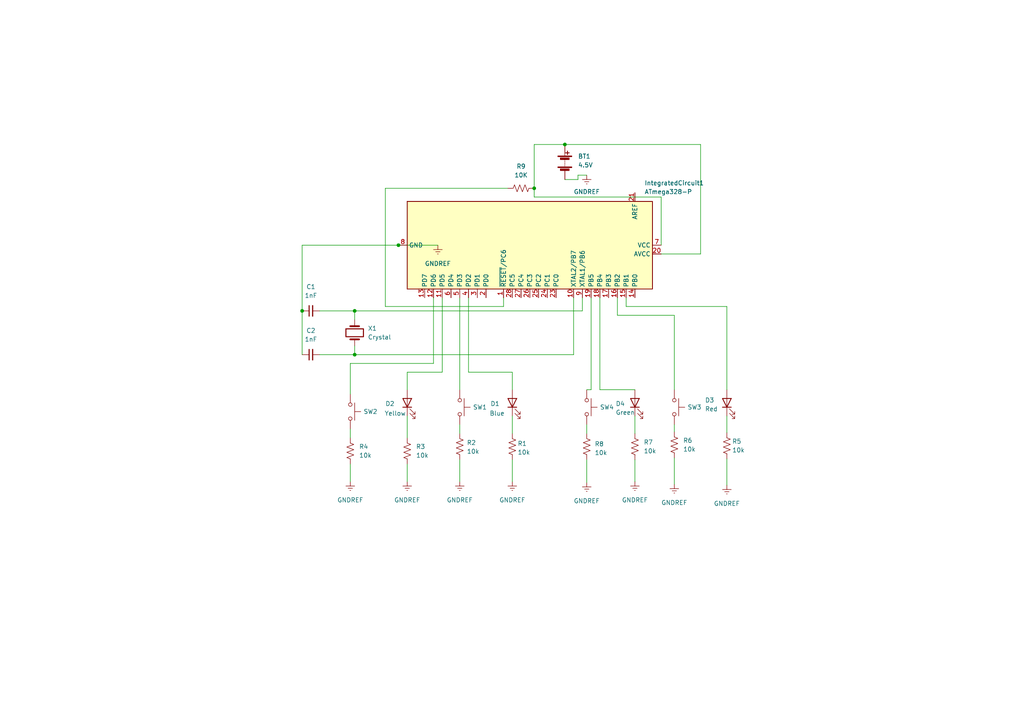
<source format=kicad_sch>
(kicad_sch (version 20211123) (generator eeschema)
  (paper "A4")
  (title_block (title "Simon Says") (date "2022-03-10") (rev "v01") (comment 4 "Author: Srishti Nautiyal and Iria Wang"))
  (lib_symbols
    (symbol "Device:Battery" (pin_numbers hide) (pin_names (offset 0) hide)
      (property "Reference" "BT" (at 2.54 2.54 0))
      (property "Value" "Battery" (at 2.54 0 0))
      (symbol "Battery_0_1"
        (rectangle (start -2.032 -1.397) (end 2.032 -1.651) (fill (type outline)))
        (rectangle (start -2.032 1.778) (end 2.032 1.524) (fill (type outline)))
        (rectangle (start -1.3208 -1.9812) (end 1.27 -2.4892) (fill (type outline)))
        (rectangle (start -1.3208 1.1938) (end 1.27 0.6858) (fill (type outline)))
        (polyline (pts (xy 0 -1.524) (xy 0 -1.27)))
        (polyline (pts (xy 0 -1.016) (xy 0 -0.762)))
        (polyline (pts (xy 0 -0.508) (xy 0 -0.254)))
        (polyline (pts (xy 0 0) (xy 0 0.254)))
        (polyline (pts (xy 0 0.508) (xy 0 0.762)))
        (polyline (pts (xy 0 1.778) (xy 0 2.54)))
        (polyline (pts (xy 0.254 2.667) (xy 1.27 2.667)) (stroke (width 0.254)))
        (polyline (pts (xy 0.762 3.175) (xy 0.762 2.159)) (stroke (width 0.254)))
      )
      (symbol "Battery_1_1"
        (pin passive line (at 0 5.08 270) (length 2.54) (name "+") (number "1"))
        (pin passive line (at 0 -5.08 90) (length 2.54) (name "-") (number "2"))
      )
    )
    (symbol "Device:C_Small" (pin_numbers hide) (pin_names (offset 0.254) hide)
      (property "Reference" "C" (at 0.254 1.778 0))
      (property "Value" "C_Small" (at 0.254 -2.032 0))
      (symbol "C_Small_0_1"
        (polyline (pts (xy -1.524 -0.508) (xy 1.524 -0.508)) (stroke (width 0.3302)))
        (polyline (pts (xy -1.524 0.508) (xy 1.524 0.508)) (stroke (width 0.3048)))
      )
      (symbol "C_Small_1_1"
        (pin passive line (at 0 2.54 270) (length 2.032) (name "~") (number "1"))
        (pin passive line (at 0 -2.54 90) (length 2.032) (name "~") (number "2"))
      )
    )
    (symbol "Device:Crystal" (pin_numbers hide) (pin_names (offset 1.016) hide)
      (property "Reference" "Y" (at 0 3.81 0))
      (property "Value" "Crystal" (at 0 -3.81 0))
      (symbol "Crystal_0_1"
        (rectangle (start -1.143 2.54) (end 1.143 -2.54) (stroke (width 0.3048)))
        (polyline (pts (xy -2.54 0) (xy -1.905 0)))
        (polyline (pts (xy -1.905 -1.27) (xy -1.905 1.27)) (stroke (width 0.508)))
        (polyline (pts (xy 1.905 -1.27) (xy 1.905 1.27)) (stroke (width 0.508)))
        (polyline (pts (xy 2.54 0) (xy 1.905 0)))
      )
      (symbol "Crystal_1_1"
        (pin passive line (at -3.81 0 0) (length 1.27) (name "1") (number "1"))
        (pin passive line (at 3.81 0 180) (length 1.27) (name "2") (number "2"))
      )
    )
    (symbol "Device:LED" (pin_numbers hide) (pin_names (offset 1.016) hide)
      (property "Reference" "D" (at 0 2.54 0))
      (property "Value" "LED" (at 0 -2.54 0))
      (symbol "LED_0_1"
        (polyline (pts (xy -1.27 -1.27) (xy -1.27 1.27)) (stroke (width 0.254)))
        (polyline (pts (xy -1.27 0) (xy 1.27 0)))
        (polyline (pts (xy 1.27 -1.27) (xy 1.27 1.27) (xy -1.27 0) (xy 1.27 -1.27)) (stroke (width 0.254)))
        (polyline (pts (xy -3.048 -0.762) (xy -4.572 -2.286) (xy -3.81 -2.286) (xy -4.572 -2.286) (xy -4.572 -1.524)))
        (polyline (pts (xy -1.778 -0.762) (xy -3.302 -2.286) (xy -2.54 -2.286) (xy -3.302 -2.286) (xy -3.302 -1.524)))
      )
      (symbol "LED_1_1"
        (pin passive line (at -3.81 0 0) (length 2.54) (name "K") (number "1"))
        (pin passive line (at 3.81 0 180) (length 2.54) (name "A") (number "2"))
      )
    )
    (symbol "Device:R_US" (pin_numbers hide) (pin_names (offset 0))
      (property "Reference" "R" (at 2.54 0 90))
      (property "Value" "R_US" (at -2.54 0 90))
      (symbol "R_US_0_1"
        (polyline (pts (xy 0 -2.286) (xy 0 -2.54)))
        (polyline (pts (xy 0 2.286) (xy 0 2.54)))
        (polyline (pts (xy 0 -0.762) (xy 1.016 -1.143) (xy 0 -1.524) (xy -1.016 -1.905) (xy 0 -2.286)))
        (polyline (pts (xy 0 0.762) (xy 1.016 0.381) (xy 0 0) (xy -1.016 -0.381) (xy 0 -0.762)))
        (polyline (pts (xy 0 2.286) (xy 1.016 1.905) (xy 0 1.524) (xy -1.016 1.143) (xy 0 0.762)))
      )
      (symbol "R_US_1_1"
        (pin passive line (at 0 3.81 270) (length 1.27) (name "~") (number "1"))
        (pin passive line (at 0 -3.81 90) (length 1.27) (name "~") (number "2"))
      )
    )
    (symbol "MCU_Microchip_ATmega:ATmega328-P"
      (property "Reference" "U" (at -12.7 36.83 0))
      (property "Value" "ATmega328-P" (at 2.54 -36.83 0))
      (symbol "ATmega328-P_0_1"
        (rectangle (start -12.7 -35.56) (end 12.7 35.56) (stroke (width 0.254)) (fill (type background)))
      )
      (symbol "ATmega328-P_1_1"
        (pin bidirectional line (at 15.24 -7.62 180) (length 2.54) (name "~{RESET}/PC6") (number "1"))
        (pin bidirectional line (at 15.24 12.7 180) (length 2.54) (name "XTAL2/PB7") (number "10"))
        (pin bidirectional line (at 15.24 -25.4 180) (length 2.54) (name "PD5") (number "11"))
        (pin bidirectional line (at 15.24 -27.94 180) (length 2.54) (name "PD6") (number "12"))
        (pin bidirectional line (at 15.24 -30.48 180) (length 2.54) (name "PD7") (number "13"))
        (pin bidirectional line (at 15.24 30.48 180) (length 2.54) (name "PB0") (number "14"))
        (pin bidirectional line (at 15.24 27.94 180) (length 2.54) (name "PB1") (number "15"))
        (pin bidirectional line (at 15.24 25.4 180) (length 2.54) (name "PB2") (number "16"))
        (pin bidirectional line (at 15.24 22.86 180) (length 2.54) (name "PB3") (number "17"))
        (pin bidirectional line (at 15.24 20.32 180) (length 2.54) (name "PB4") (number "18"))
        (pin bidirectional line (at 15.24 17.78 180) (length 2.54) (name "PB5") (number "19"))
        (pin bidirectional line (at 15.24 -12.7 180) (length 2.54) (name "PD0") (number "2"))
        (pin power_in line (at 2.54 38.1 270) (length 2.54) (name "AVCC") (number "20"))
        (pin passive line (at -15.24 30.48 0) (length 2.54) (name "AREF") (number "21"))
        (pin passive line (at 0 -38.1 90) (length 2.54) hide (name "GND") (number "22"))
        (pin bidirectional line (at 15.24 7.62 180) (length 2.54) (name "PC0") (number "23"))
        (pin bidirectional line (at 15.24 5.08 180) (length 2.54) (name "PC1") (number "24"))
        (pin bidirectional line (at 15.24 2.54 180) (length 2.54) (name "PC2") (number "25"))
        (pin bidirectional line (at 15.24 0 180) (length 2.54) (name "PC3") (number "26"))
        (pin bidirectional line (at 15.24 -2.54 180) (length 2.54) (name "PC4") (number "27"))
        (pin bidirectional line (at 15.24 -5.08 180) (length 2.54) (name "PC5") (number "28"))
        (pin bidirectional line (at 15.24 -15.24 180) (length 2.54) (name "PD1") (number "3"))
        (pin bidirectional line (at 15.24 -17.78 180) (length 2.54) (name "PD2") (number "4"))
        (pin bidirectional line (at 15.24 -20.32 180) (length 2.54) (name "PD3") (number "5"))
        (pin bidirectional line (at 15.24 -22.86 180) (length 2.54) (name "PD4") (number "6"))
        (pin power_in line (at 0 38.1 270) (length 2.54) (name "VCC") (number "7"))
        (pin power_in line (at 0 -38.1 90) (length 2.54) (name "GND") (number "8"))
        (pin bidirectional line (at 15.24 15.24 180) (length 2.54) (name "XTAL1/PB6") (number "9"))
      )
    )
    (symbol "Switch:SW_Push" (pin_numbers hide) (pin_names (offset 1.016) hide)
      (property "Reference" "SW" (at 1.27 2.54 0))
      (property "Value" "SW_Push" (at 0 -1.524 0))
      (symbol "SW_Push_0_1"
        (circle (center -2.032 0) (radius 0.508))
        (polyline (pts (xy 0 1.27) (xy 0 3.048)))
        (polyline (pts (xy 2.54 1.27) (xy -2.54 1.27)))
        (circle (center 2.032 0) (radius 0.508))
        (pin passive line (at -5.08 0 0) (length 2.54) (name "1") (number "1"))
        (pin passive line (at 5.08 0 180) (length 2.54) (name "2") (number "2"))
      )
    )
    (symbol "power:GNDREF" (power) (pin_names (offset 0))
      (property "Value" "GNDREF" (at 0 -3.81 0))
      (symbol "GNDREF_0_1"
        (polyline (pts (xy -0.635 -1.905) (xy 0.635 -1.905)))
        (polyline (pts (xy -0.127 -2.54) (xy 0.127 -2.54)))
        (polyline (pts (xy 0 -1.27) (xy 0 0)))
        (polyline (pts (xy 1.27 -1.27) (xy -1.27 -1.27)))
      )
      (symbol "GNDREF_1_1"
        (pin power_in line (at 0 0 270) (length 0) hide (name "GNDREF") (number "1"))
      )
    )
  )
  (junction (at 87.63 90.17))
  (junction (at 163.83 41.91))
  (junction (at 102.87 102.87))
  (junction (at 102.87 90.17))
  (junction (at 115.57 71.12))
  (junction (at 154.94 54.61))
  (wire (pts (xy 101.6 134.62) (xy 101.6 139.7)))
  (wire (pts (xy 163.83 52.07) (xy 167.64 52.07)))
  (wire (pts (xy 171.45 113.03) (xy 170.18 113.03)))
  (wire (pts (xy 170.18 139.954) (xy 170.18 133.35)))
  (wire (pts (xy 168.91 90.17) (xy 102.87 90.17)))
  (wire (pts (xy 118.11 120.65) (xy 118.11 127)))
  (wire (pts (xy 173.99 113.03) (xy 184.15 113.03)))
  (wire (pts (xy 166.37 86.36) (xy 166.37 102.87)))
  (wire (pts (xy 195.58 123.19) (xy 195.58 125.222)))
  (wire (pts (xy 167.64 50.8) (xy 170.18 50.8)))
  (wire (pts (xy 102.87 100.33) (xy 102.87 102.87)))
  (wire (pts (xy 92.71 90.17) (xy 102.87 90.17)))
  (wire (pts (xy 87.63 90.17) (xy 87.63 102.87)))
  (wire (pts (xy 195.58 132.842) (xy 195.58 140.462)))
  (wire (pts (xy 133.35 86.36) (xy 133.35 113.03)))
  (wire (pts (xy 184.15 133.35) (xy 184.15 139.7)))
  (wire (pts (xy 92.71 102.87) (xy 102.87 102.87)))
  (wire (pts (xy 102.87 90.17) (xy 102.87 92.71)))
  (wire (pts (xy 181.61 86.36) (xy 181.61 88.9)))
  (wire (pts (xy 166.37 102.87) (xy 102.87 102.87)))
  (wire (pts (xy 101.6 105.41) (xy 125.73 105.41)))
  (wire (pts (xy 128.27 107.95) (xy 118.11 107.95)))
  (wire (pts (xy 87.63 71.12) (xy 87.63 90.17)))
  (wire (pts (xy 135.89 107.95) (xy 148.59 107.95)))
  (wire (pts (xy 154.94 57.15) (xy 154.94 54.61)))
  (wire (pts (xy 154.94 41.91) (xy 163.83 41.91)))
  (wire (pts (xy 115.57 71.12) (xy 87.63 71.12)))
  (wire (pts (xy 101.6 124.46) (xy 101.6 127)))
  (wire (pts (xy 133.35 123.19) (xy 133.35 125.73)))
  (wire (pts (xy 115.57 71.12) (xy 127 71.12)))
  (wire (pts (xy 125.73 86.36) (xy 125.73 105.41)))
  (wire (pts (xy 111.76 88.9) (xy 146.05 88.9)))
  (wire (pts (xy 167.64 52.07) (xy 167.64 50.8)))
  (wire (pts (xy 135.89 86.36) (xy 135.89 107.95)))
  (wire (pts (xy 111.76 54.61) (xy 111.76 88.9)))
  (wire (pts (xy 195.58 91.44) (xy 195.58 113.03)))
  (wire (pts (xy 148.59 120.65) (xy 148.59 125.73)))
  (wire (pts (xy 181.61 88.9) (xy 210.82 88.9)))
  (wire (pts (xy 203.2 41.91) (xy 203.2 73.66)))
  (wire (pts (xy 118.11 134.62) (xy 118.11 139.7)))
  (wire (pts (xy 148.59 107.95) (xy 148.59 113.03)))
  (wire (pts (xy 203.2 73.66) (xy 191.77 73.66)))
  (wire (pts (xy 173.99 86.36) (xy 173.99 113.03)))
  (wire (pts (xy 148.59 133.35) (xy 148.59 139.7)))
  (wire (pts (xy 184.15 120.65) (xy 184.15 125.73)))
  (wire (pts (xy 168.91 86.36) (xy 168.91 90.17)))
  (wire (pts (xy 163.83 41.91) (xy 203.2 41.91)))
  (wire (pts (xy 128.27 86.36) (xy 128.27 107.95)))
  (wire (pts (xy 210.82 120.65) (xy 210.82 125.476)))
  (wire (pts (xy 146.05 88.9) (xy 146.05 86.36)))
  (wire (pts (xy 154.94 41.91) (xy 154.94 54.61)))
  (wire (pts (xy 179.07 86.36) (xy 179.07 91.44)))
  (wire (pts (xy 191.77 57.15) (xy 154.94 57.15)))
  (wire (pts (xy 133.35 133.35) (xy 133.35 139.7)))
  (wire (pts (xy 170.18 123.19) (xy 170.18 125.73)))
  (wire (pts (xy 171.45 86.36) (xy 171.45 113.03)))
  (wire (pts (xy 147.32 54.61) (xy 111.76 54.61)))
  (wire (pts (xy 210.82 88.9) (xy 210.82 113.03)))
  (wire (pts (xy 118.11 107.95) (xy 118.11 113.03)))
  (wire (pts (xy 179.07 91.44) (xy 195.58 91.44)))
  (wire (pts (xy 101.6 114.3) (xy 101.6 105.41)))
  (wire (pts (xy 210.82 133.096) (xy 210.82 140.716)))
  (wire (pts (xy 191.77 71.12) (xy 191.77 57.15)))
  (symbol (lib_id "Device:C_Small") (at 90.17 102.87 90) (unit 1)
    (property "Reference" "C2" (at 90.1763 95.885 90))
    (property "Value" "1nF" (at 90.1763 98.425 90))
    (property "Footprint" "Capacitor_THT:CP_Radial_D4.0mm_P1.50mm" (effects hide))
  )
  (symbol (lib_id "Device:LED") (at 210.82 116.84 90) (unit 1)
    (property "Reference" "D3" (at 204.47 116.078 90) (effects (justify right)))
    (property "Value" "Red" (at 204.47 118.618 90) (effects (justify right)))
    (property "Footprint" "LED_THT:LED_D3.0mm" (effects hide))
  )
  (symbol (lib_id "power:GNDREF") (at 101.6 139.7 0) (unit 1)
    (property "Reference" "#PWR01" (effects hide))
    (property "Value" "GNDREF" (at 101.6 145.034 0))
  )
  (symbol (lib_id "Device:LED") (at 184.15 116.84 90) (unit 1)
    (property "Reference" "D4" (at 178.562 117.094 90) (effects (justify right)))
    (property "Value" "Green" (at 178.562 119.634 90) (effects (justify right)))
    (property "Footprint" "LED_THT:LED_D3.0mm" (effects hide))
  )
  (symbol (lib_id "power:GNDREF") (at 184.15 139.7 0) (unit 1)
    (property "Reference" "#PWR08" (effects hide))
    (property "Value" "GNDREF" (at 184.15 145.034 0))
  )
  (symbol (lib_id "power:GNDREF") (at 210.82 140.716 0) (unit 1)
    (property "Reference" "#PWR010" (effects hide))
    (property "Value" "GNDREF" (at 210.82 146.05 0))
  )
  (symbol (lib_id "power:GNDREF") (at 170.18 50.8 0) (unit 1)
    (property "Reference" "#PWR06" (effects hide))
    (property "Value" "GNDREF" (at 170.18 55.626 0))
  )
  (symbol (lib_id "Device:R_US") (at 133.35 129.54 0) (unit 1)
    (property "Reference" "R2" (at 135.382 128.397 0) (effects (justify left)))
    (property "Value" "10k" (at 135.382 130.937 0) (effects (justify left)))
    (property "Footprint" "Resistor_THT:R_Axial_DIN0207_L6.3mm_D2.5mm_P7.62mm_Horizontal" (effects hide))
  )
  (symbol (lib_id "Switch:SW_Push") (at 195.58 118.11 270) (unit 1)
    (property "Reference" "SW3" (at 199.39 118.1099 90) (effects (justify left)))
    (property "Value" "SW_Push" (effects hide))
    (property "Footprint" "Button_Switch_THT:SW_TH_Tactile_Omron_B3F-10xx" (effects hide))
  )
  (symbol (lib_id "Device:R_US") (at 210.82 129.286 0) (unit 1)
    (property "Reference" "R5" (at 212.344 128.016 0) (effects (justify left)))
    (property "Value" "10k" (at 212.344 130.556 0) (effects (justify left)))
    (property "Footprint" "Resistor_THT:R_Axial_DIN0207_L6.3mm_D2.5mm_P7.62mm_Horizontal" (effects hide))
  )
  (symbol (lib_id "power:GNDREF") (at 127 71.12 0) (unit 1)
    (property "Reference" "#PWR03" (effects hide))
    (property "Value" "GNDREF" (at 127 76.454 0))
  )
  (symbol (lib_id "Device:C_Small") (at 90.17 90.17 90) (unit 1)
    (property "Reference" "C1" (at 90.1763 83.185 90))
    (property "Value" "1nF" (at 90.1763 85.725 90))
    (property "Footprint" "Capacitor_THT:CP_Radial_D4.0mm_P1.50mm" (effects hide))
  )
  (symbol (lib_id "Device:Battery") (at 163.83 46.99 0) (unit 1)
    (property "Reference" "BT1" (at 167.64 45.3389 0) (effects (justify left)))
    (property "Value" "4.5V" (at 167.64 47.8789 0) (effects (justify left)))
    (property "Footprint" "Battery:BatteryHolder_Keystone_2479_3xAAA" (effects hide))
  )
  (symbol (lib_id "power:GNDREF") (at 170.18 139.954 0) (unit 1)
    (property "Reference" "#PWR07" (effects hide))
    (property "Value" "GNDREF" (at 170.18 145.288 0))
  )
  (symbol (lib_id "Device:R_US") (at 101.6 130.81 0) (unit 1)
    (property "Reference" "R4" (at 104.14 129.5399 0) (effects (justify left)))
    (property "Value" "10k" (at 104.14 132.0799 0) (effects (justify left)))
    (property "Footprint" "Resistor_THT:R_Axial_DIN0207_L6.3mm_D2.5mm_P7.62mm_Horizontal" (effects hide))
  )
  (symbol (lib_id "Device:Crystal") (at 102.87 96.52 90) (unit 1)
    (property "Reference" "X1" (at 106.68 95.2499 90) (effects (justify right)))
    (property "Value" "Crystal" (at 106.68 97.7899 90) (effects (justify right)))
    (property "Footprint" "Crystal:Crystal_HC49-4H_Vertical" (effects hide))
  )
  (symbol (lib_id "Device:R_US") (at 148.59 129.54 0) (unit 1)
    (property "Reference" "R1" (at 150.114 128.651 0) (effects (justify left)))
    (property "Value" "10k" (at 150.114 131.191 0) (effects (justify left)))
    (property "Footprint" "Resistor_THT:R_Axial_DIN0207_L6.3mm_D2.5mm_P7.62mm_Horizontal" (effects hide))
  )
  (symbol (lib_id "Device:R_US") (at 118.11 130.81 0) (unit 1)
    (property "Reference" "R3" (at 120.65 129.5399 0) (effects (justify left)))
    (property "Value" "10k" (at 120.65 132.0799 0) (effects (justify left)))
    (property "Footprint" "Resistor_THT:R_Axial_DIN0207_L6.3mm_D2.5mm_P7.62mm_Horizontal" (effects hide))
  )
  (symbol (lib_id "Device:LED") (at 148.59 116.84 90) (unit 1)
    (property "Reference" "D1" (at 142.24 117.094 90) (effects (justify right)))
    (property "Value" "Blue" (at 141.986 119.888 90) (effects (justify right)))
    (property "Footprint" "LED_THT:LED_D3.0mm" (effects hide))
  )
  (symbol (lib_id "power:GNDREF") (at 118.11 139.7 0) (unit 1)
    (property "Reference" "#PWR02" (effects hide))
    (property "Value" "GNDREF" (at 118.11 145.034 0))
  )
  (symbol (lib_id "Switch:SW_Push") (at 133.35 118.11 270) (unit 1)
    (property "Reference" "SW1" (at 137.16 118.1099 90) (effects (justify left)))
    (property "Value" "SW_Push" (effects hide))
    (property "Footprint" "Button_Switch_THT:SW_TH_Tactile_Omron_B3F-10xx" (effects hide))
  )
  (symbol (lib_id "power:GNDREF") (at 195.58 140.462 0) (unit 1)
    (property "Reference" "#PWR09" (effects hide))
    (property "Value" "GNDREF" (at 195.58 145.796 0))
  )
  (symbol (lib_id "Device:R_US") (at 170.18 129.54 0) (unit 1)
    (property "Reference" "R8" (at 172.466 128.778 0) (effects (justify left)))
    (property "Value" "10k" (at 172.466 131.318 0) (effects (justify left)))
    (property "Footprint" "Resistor_THT:R_Axial_DIN0207_L6.3mm_D2.5mm_P7.62mm_Horizontal" (effects hide))
  )
  (symbol (lib_id "Switch:SW_Push") (at 101.6 119.38 270) (unit 1)
    (property "Reference" "SW2" (at 105.41 119.3799 90) (effects (justify left)))
    (property "Value" "SW_Push" (effects hide))
    (property "Footprint" "Button_Switch_THT:SW_TH_Tactile_Omron_B3F-10xx" (effects hide))
  )
  (symbol (lib_id "Device:LED") (at 118.11 116.84 90) (unit 1)
    (property "Reference" "D2" (at 111.76 117.094 90) (effects (justify right)))
    (property "Value" "Yellow" (at 111.506 119.888 90) (effects (justify right)))
    (property "Footprint" "LED_THT:LED_D3.0mm" (effects hide))
  )
  (symbol (lib_id "Device:R_US") (at 151.13 54.61 90) (unit 1)
    (property "Reference" "R9" (at 151.13 48.26 90))
    (property "Value" "10K" (at 151.13 50.8 90))
    (property "Footprint" "Resistor_THT:R_Axial_DIN0207_L6.3mm_D2.5mm_P7.62mm_Horizontal" (effects hide))
  )
  (symbol (lib_id "Switch:SW_Push") (at 170.18 118.11 270) (unit 1)
    (property "Reference" "SW4" (at 173.99 118.1099 90) (effects (justify left)))
    (property "Value" "SW_Push" (effects hide))
    (property "Footprint" "Button_Switch_THT:SW_TH_Tactile_Omron_B3F-10xx" (effects hide))
  )
  (symbol (lib_id "Device:R_US") (at 195.58 129.032 0) (unit 1)
    (property "Reference" "R6" (at 198.12 127.7619 0) (effects (justify left)))
    (property "Value" "10k" (at 198.12 130.3019 0) (effects (justify left)))
    (property "Footprint" "Resistor_THT:R_Axial_DIN0207_L6.3mm_D2.5mm_P7.62mm_Horizontal" (effects hide))
  )
  (symbol (lib_id "power:GNDREF") (at 133.35 139.7 0) (unit 1)
    (property "Reference" "#PWR04" (effects hide))
    (property "Value" "GNDREF" (at 133.35 145.034 0))
  )
  (symbol (lib_id "power:GNDREF") (at 148.59 139.7 0) (unit 1)
    (property "Reference" "#PWR05" (effects hide))
    (property "Value" "GNDREF" (at 148.59 145.034 0))
  )
  (symbol (lib_id "MCU_Microchip_ATmega:ATmega328-P") (at 153.67 71.12 270) (unit 1)
    (property "Reference" "IntegratedCircuit1" (at 186.9187 53.086 90) (effects (justify left)))
    (property "Value" "ATmega328-P" (at 186.9187 55.626 90) (effects (justify left)))
    (property "Footprint" "Package_DIP:DIP-28_W7.62mm" (effects hide))
    (property "Datasheet" "http://ww1.microchip.com/downloads/en/DeviceDoc/ATmega328_P%20AVR%20MCU%20with%20picoPower%20Technology%20Data%20Sheet%2040001984A.pdf" (effects hide))
  )
  (symbol (lib_id "Device:R_US") (at 184.15 129.54 0) (unit 1)
    (property "Reference" "R7" (at 186.69 128.2699 0) (effects (justify left)))
    (property "Value" "10k" (at 186.69 130.8099 0) (effects (justify left)))
    (property "Footprint" "Resistor_THT:R_Axial_DIN0207_L6.3mm_D2.5mm_P7.62mm_Horizontal" (effects hide))
  )
)
</source>
